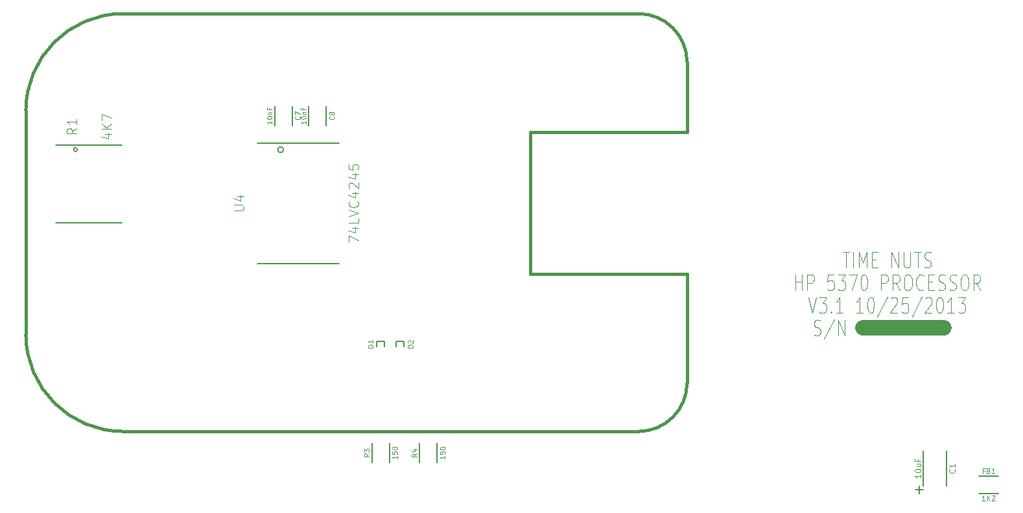
<source format=gto>
G04 (created by PCBNEW (2013-mar-25)-stable) date Saturday, October 26, 2013 01:40:07 PM*
%MOIN*%
G04 Gerber Fmt 3.4, Leading zero omitted, Abs format*
%FSLAX34Y34*%
G01*
G70*
G90*
G04 APERTURE LIST*
%ADD10C,2.3622e-06*%
%ADD11C,0.08*%
%ADD12C,0.004*%
%ADD13C,0.008*%
%ADD14C,0.005*%
%ADD15C,0.015*%
%ADD16C,0.0035*%
%ADD17R,0.083X0.024*%
%ADD18R,0.061X0.041*%
%ADD19R,0.086X0.066*%
%ADD20R,0.041X0.061*%
%ADD21R,0.039X0.031*%
%ADD22R,0.1005X0.0336*%
%ADD23C,0.085*%
%ADD24C,0.01*%
G04 APERTURE END LIST*
G54D10*
G54D11*
X62550Y-27900D02*
X66700Y-27900D01*
G54D12*
X61500Y-24023D02*
X61842Y-24023D01*
X61671Y-24823D02*
X61671Y-24023D01*
X62042Y-24823D02*
X62042Y-24023D01*
X62328Y-24823D02*
X62328Y-24023D01*
X62528Y-24595D01*
X62728Y-24023D01*
X62728Y-24823D01*
X63014Y-24404D02*
X63214Y-24404D01*
X63300Y-24823D02*
X63014Y-24823D01*
X63014Y-24023D01*
X63300Y-24023D01*
X64014Y-24823D02*
X64014Y-24023D01*
X64357Y-24823D01*
X64357Y-24023D01*
X64642Y-24023D02*
X64642Y-24671D01*
X64671Y-24747D01*
X64700Y-24785D01*
X64757Y-24823D01*
X64871Y-24823D01*
X64928Y-24785D01*
X64957Y-24747D01*
X64985Y-24671D01*
X64985Y-24023D01*
X65185Y-24023D02*
X65528Y-24023D01*
X65357Y-24823D02*
X65357Y-24023D01*
X65700Y-24785D02*
X65785Y-24823D01*
X65928Y-24823D01*
X65985Y-24785D01*
X66014Y-24747D01*
X66042Y-24671D01*
X66042Y-24595D01*
X66014Y-24519D01*
X65985Y-24480D01*
X65928Y-24442D01*
X65814Y-24404D01*
X65757Y-24366D01*
X65728Y-24328D01*
X65700Y-24252D01*
X65700Y-24176D01*
X65728Y-24100D01*
X65757Y-24061D01*
X65814Y-24023D01*
X65957Y-24023D01*
X66042Y-24061D01*
X59057Y-25983D02*
X59057Y-25183D01*
X59057Y-25564D02*
X59399Y-25564D01*
X59399Y-25983D02*
X59399Y-25183D01*
X59685Y-25983D02*
X59685Y-25183D01*
X59914Y-25183D01*
X59971Y-25221D01*
X59999Y-25260D01*
X60028Y-25336D01*
X60028Y-25450D01*
X59999Y-25526D01*
X59971Y-25564D01*
X59914Y-25602D01*
X59685Y-25602D01*
X61028Y-25183D02*
X60742Y-25183D01*
X60714Y-25564D01*
X60742Y-25526D01*
X60799Y-25488D01*
X60942Y-25488D01*
X60999Y-25526D01*
X61028Y-25564D01*
X61057Y-25640D01*
X61057Y-25831D01*
X61028Y-25907D01*
X60999Y-25945D01*
X60942Y-25983D01*
X60799Y-25983D01*
X60742Y-25945D01*
X60714Y-25907D01*
X61257Y-25183D02*
X61628Y-25183D01*
X61428Y-25488D01*
X61514Y-25488D01*
X61571Y-25526D01*
X61599Y-25564D01*
X61628Y-25640D01*
X61628Y-25831D01*
X61599Y-25907D01*
X61571Y-25945D01*
X61514Y-25983D01*
X61342Y-25983D01*
X61285Y-25945D01*
X61257Y-25907D01*
X61828Y-25183D02*
X62228Y-25183D01*
X61971Y-25983D01*
X62571Y-25183D02*
X62628Y-25183D01*
X62685Y-25221D01*
X62714Y-25260D01*
X62742Y-25336D01*
X62771Y-25488D01*
X62771Y-25679D01*
X62742Y-25831D01*
X62714Y-25907D01*
X62685Y-25945D01*
X62628Y-25983D01*
X62571Y-25983D01*
X62514Y-25945D01*
X62485Y-25907D01*
X62457Y-25831D01*
X62428Y-25679D01*
X62428Y-25488D01*
X62457Y-25336D01*
X62485Y-25260D01*
X62514Y-25221D01*
X62571Y-25183D01*
X63485Y-25983D02*
X63485Y-25183D01*
X63714Y-25183D01*
X63771Y-25221D01*
X63800Y-25260D01*
X63828Y-25336D01*
X63828Y-25450D01*
X63800Y-25526D01*
X63771Y-25564D01*
X63714Y-25602D01*
X63485Y-25602D01*
X64428Y-25983D02*
X64228Y-25602D01*
X64085Y-25983D02*
X64085Y-25183D01*
X64314Y-25183D01*
X64371Y-25221D01*
X64400Y-25260D01*
X64428Y-25336D01*
X64428Y-25450D01*
X64400Y-25526D01*
X64371Y-25564D01*
X64314Y-25602D01*
X64085Y-25602D01*
X64800Y-25183D02*
X64914Y-25183D01*
X64971Y-25221D01*
X65028Y-25298D01*
X65057Y-25450D01*
X65057Y-25717D01*
X65028Y-25869D01*
X64971Y-25945D01*
X64914Y-25983D01*
X64800Y-25983D01*
X64742Y-25945D01*
X64685Y-25869D01*
X64657Y-25717D01*
X64657Y-25450D01*
X64685Y-25298D01*
X64742Y-25221D01*
X64800Y-25183D01*
X65657Y-25907D02*
X65628Y-25945D01*
X65542Y-25983D01*
X65485Y-25983D01*
X65400Y-25945D01*
X65342Y-25869D01*
X65314Y-25793D01*
X65285Y-25640D01*
X65285Y-25526D01*
X65314Y-25374D01*
X65342Y-25298D01*
X65400Y-25221D01*
X65485Y-25183D01*
X65542Y-25183D01*
X65628Y-25221D01*
X65657Y-25260D01*
X65914Y-25564D02*
X66114Y-25564D01*
X66200Y-25983D02*
X65914Y-25983D01*
X65914Y-25183D01*
X66200Y-25183D01*
X66428Y-25945D02*
X66514Y-25983D01*
X66657Y-25983D01*
X66714Y-25945D01*
X66742Y-25907D01*
X66771Y-25831D01*
X66771Y-25755D01*
X66742Y-25679D01*
X66714Y-25640D01*
X66657Y-25602D01*
X66542Y-25564D01*
X66485Y-25526D01*
X66457Y-25488D01*
X66428Y-25412D01*
X66428Y-25336D01*
X66457Y-25260D01*
X66485Y-25221D01*
X66542Y-25183D01*
X66685Y-25183D01*
X66771Y-25221D01*
X67000Y-25945D02*
X67085Y-25983D01*
X67228Y-25983D01*
X67285Y-25945D01*
X67314Y-25907D01*
X67342Y-25831D01*
X67342Y-25755D01*
X67314Y-25679D01*
X67285Y-25640D01*
X67228Y-25602D01*
X67114Y-25564D01*
X67057Y-25526D01*
X67028Y-25488D01*
X67000Y-25412D01*
X67000Y-25336D01*
X67028Y-25260D01*
X67057Y-25221D01*
X67114Y-25183D01*
X67257Y-25183D01*
X67342Y-25221D01*
X67714Y-25183D02*
X67828Y-25183D01*
X67885Y-25221D01*
X67942Y-25298D01*
X67971Y-25450D01*
X67971Y-25717D01*
X67942Y-25869D01*
X67885Y-25945D01*
X67828Y-25983D01*
X67714Y-25983D01*
X67657Y-25945D01*
X67600Y-25869D01*
X67571Y-25717D01*
X67571Y-25450D01*
X67600Y-25298D01*
X67657Y-25221D01*
X67714Y-25183D01*
X68571Y-25983D02*
X68371Y-25602D01*
X68228Y-25983D02*
X68228Y-25183D01*
X68457Y-25183D01*
X68514Y-25221D01*
X68542Y-25260D01*
X68571Y-25336D01*
X68571Y-25450D01*
X68542Y-25526D01*
X68514Y-25564D01*
X68457Y-25602D01*
X68228Y-25602D01*
X59742Y-26343D02*
X59942Y-27143D01*
X60142Y-26343D01*
X60285Y-26343D02*
X60657Y-26343D01*
X60457Y-26648D01*
X60542Y-26648D01*
X60599Y-26686D01*
X60628Y-26724D01*
X60657Y-26800D01*
X60657Y-26991D01*
X60628Y-27067D01*
X60599Y-27105D01*
X60542Y-27143D01*
X60371Y-27143D01*
X60314Y-27105D01*
X60285Y-27067D01*
X60914Y-27067D02*
X60942Y-27105D01*
X60914Y-27143D01*
X60885Y-27105D01*
X60914Y-27067D01*
X60914Y-27143D01*
X61514Y-27143D02*
X61171Y-27143D01*
X61342Y-27143D02*
X61342Y-26343D01*
X61285Y-26458D01*
X61228Y-26534D01*
X61171Y-26572D01*
X62542Y-27143D02*
X62200Y-27143D01*
X62371Y-27143D02*
X62371Y-26343D01*
X62314Y-26458D01*
X62257Y-26534D01*
X62200Y-26572D01*
X62914Y-26343D02*
X62971Y-26343D01*
X63028Y-26381D01*
X63057Y-26420D01*
X63085Y-26496D01*
X63114Y-26648D01*
X63114Y-26839D01*
X63085Y-26991D01*
X63057Y-27067D01*
X63028Y-27105D01*
X62971Y-27143D01*
X62914Y-27143D01*
X62857Y-27105D01*
X62828Y-27067D01*
X62800Y-26991D01*
X62771Y-26839D01*
X62771Y-26648D01*
X62800Y-26496D01*
X62828Y-26420D01*
X62857Y-26381D01*
X62914Y-26343D01*
X63800Y-26305D02*
X63285Y-27334D01*
X63971Y-26420D02*
X64000Y-26381D01*
X64057Y-26343D01*
X64200Y-26343D01*
X64257Y-26381D01*
X64285Y-26420D01*
X64314Y-26496D01*
X64314Y-26572D01*
X64285Y-26686D01*
X63942Y-27143D01*
X64314Y-27143D01*
X64857Y-26343D02*
X64571Y-26343D01*
X64542Y-26724D01*
X64571Y-26686D01*
X64628Y-26648D01*
X64771Y-26648D01*
X64828Y-26686D01*
X64857Y-26724D01*
X64885Y-26800D01*
X64885Y-26991D01*
X64857Y-27067D01*
X64828Y-27105D01*
X64771Y-27143D01*
X64628Y-27143D01*
X64571Y-27105D01*
X64542Y-27067D01*
X65571Y-26305D02*
X65057Y-27334D01*
X65742Y-26420D02*
X65771Y-26381D01*
X65828Y-26343D01*
X65971Y-26343D01*
X66028Y-26381D01*
X66057Y-26420D01*
X66085Y-26496D01*
X66085Y-26572D01*
X66057Y-26686D01*
X65714Y-27143D01*
X66085Y-27143D01*
X66457Y-26343D02*
X66514Y-26343D01*
X66571Y-26381D01*
X66600Y-26420D01*
X66628Y-26496D01*
X66657Y-26648D01*
X66657Y-26839D01*
X66628Y-26991D01*
X66600Y-27067D01*
X66571Y-27105D01*
X66514Y-27143D01*
X66457Y-27143D01*
X66400Y-27105D01*
X66371Y-27067D01*
X66342Y-26991D01*
X66314Y-26839D01*
X66314Y-26648D01*
X66342Y-26496D01*
X66371Y-26420D01*
X66400Y-26381D01*
X66457Y-26343D01*
X67228Y-27143D02*
X66885Y-27143D01*
X67057Y-27143D02*
X67057Y-26343D01*
X67000Y-26458D01*
X66942Y-26534D01*
X66885Y-26572D01*
X67428Y-26343D02*
X67800Y-26343D01*
X67600Y-26648D01*
X67685Y-26648D01*
X67742Y-26686D01*
X67771Y-26724D01*
X67800Y-26800D01*
X67800Y-26991D01*
X67771Y-27067D01*
X67742Y-27105D01*
X67685Y-27143D01*
X67514Y-27143D01*
X67457Y-27105D01*
X67428Y-27067D01*
X60028Y-28265D02*
X60114Y-28303D01*
X60257Y-28303D01*
X60314Y-28265D01*
X60342Y-28227D01*
X60371Y-28151D01*
X60371Y-28075D01*
X60342Y-27999D01*
X60314Y-27960D01*
X60257Y-27922D01*
X60142Y-27884D01*
X60085Y-27846D01*
X60057Y-27808D01*
X60028Y-27732D01*
X60028Y-27656D01*
X60057Y-27580D01*
X60085Y-27541D01*
X60142Y-27503D01*
X60285Y-27503D01*
X60371Y-27541D01*
X61057Y-27465D02*
X60542Y-28494D01*
X61257Y-28303D02*
X61257Y-27503D01*
X61599Y-28303D01*
X61599Y-27503D01*
G54D13*
X24450Y-22500D02*
X21050Y-22500D01*
X22150Y-18750D02*
G75*
G03X22150Y-18750I-100J0D01*
G74*
G01*
X24450Y-18500D02*
X21050Y-18500D01*
G54D14*
X38200Y-33850D02*
X38200Y-34850D01*
X37300Y-33850D02*
X37300Y-34850D01*
X40650Y-33850D02*
X40650Y-34850D01*
X39750Y-33850D02*
X39750Y-34850D01*
X65450Y-36450D02*
X65450Y-36050D01*
X65650Y-36250D02*
X65250Y-36250D01*
X65650Y-36050D02*
X65650Y-34250D01*
X66850Y-36050D02*
X66850Y-34250D01*
X69500Y-35550D02*
X68500Y-35550D01*
X69500Y-36450D02*
X68500Y-36450D01*
G54D13*
X38550Y-28890D02*
X38550Y-28610D01*
X38950Y-28890D02*
X38950Y-28610D01*
X38550Y-28610D02*
X38950Y-28610D01*
X37550Y-28890D02*
X37550Y-28610D01*
X37950Y-28890D02*
X37950Y-28610D01*
X37550Y-28610D02*
X37950Y-28610D01*
X32750Y-18750D02*
G75*
G03X32750Y-18750I-150J0D01*
G74*
G01*
X35600Y-24600D02*
X31400Y-24600D01*
X35600Y-18400D02*
X31400Y-18400D01*
G54D14*
X33200Y-17500D02*
X33200Y-16500D01*
X32300Y-17500D02*
X32300Y-16500D01*
X34950Y-17500D02*
X34950Y-16500D01*
X34050Y-17500D02*
X34050Y-16500D01*
G54D15*
X24500Y-11750D02*
X51000Y-11750D01*
X53500Y-17850D02*
X45450Y-17850D01*
X53500Y-14250D02*
X53500Y-17850D01*
X53500Y-25150D02*
X53500Y-30250D01*
X53500Y-25150D02*
X45450Y-25150D01*
X45450Y-25150D02*
X45450Y-17850D01*
X53500Y-30750D02*
X53500Y-30250D01*
X24500Y-33250D02*
X51000Y-33250D01*
X19500Y-28250D02*
X19500Y-16750D01*
X24500Y-33250D02*
G75*
G02X19500Y-28250I0J5000D01*
G74*
G01*
X19500Y-16750D02*
G75*
G02X24500Y-11750I5000J0D01*
G74*
G01*
X53500Y-30750D02*
G75*
G02X51000Y-33250I-2500J0D01*
G74*
G01*
X53500Y-14250D02*
G75*
G03X51000Y-11750I-2500J0D01*
G74*
G01*
G54D16*
X22112Y-17643D02*
X21874Y-17810D01*
X22112Y-17929D02*
X21612Y-17929D01*
X21612Y-17738D01*
X21636Y-17690D01*
X21660Y-17667D01*
X21707Y-17643D01*
X21779Y-17643D01*
X21826Y-17667D01*
X21850Y-17690D01*
X21874Y-17738D01*
X21874Y-17929D01*
X22112Y-17167D02*
X22112Y-17452D01*
X22112Y-17310D02*
X21612Y-17310D01*
X21683Y-17357D01*
X21731Y-17405D01*
X21755Y-17452D01*
X23579Y-17952D02*
X23912Y-17952D01*
X23388Y-18071D02*
X23745Y-18190D01*
X23745Y-17881D01*
X23912Y-17690D02*
X23412Y-17690D01*
X23912Y-17405D02*
X23626Y-17619D01*
X23412Y-17405D02*
X23698Y-17690D01*
X23412Y-17238D02*
X23412Y-16905D01*
X23912Y-17119D01*
X37151Y-34391D02*
X37032Y-34475D01*
X37151Y-34534D02*
X36901Y-34534D01*
X36901Y-34439D01*
X36913Y-34415D01*
X36925Y-34403D01*
X36948Y-34391D01*
X36984Y-34391D01*
X37008Y-34403D01*
X37020Y-34415D01*
X37032Y-34439D01*
X37032Y-34534D01*
X36901Y-34308D02*
X36901Y-34153D01*
X36996Y-34236D01*
X36996Y-34201D01*
X37008Y-34177D01*
X37020Y-34165D01*
X37044Y-34153D01*
X37103Y-34153D01*
X37127Y-34165D01*
X37139Y-34177D01*
X37151Y-34201D01*
X37151Y-34272D01*
X37139Y-34296D01*
X37127Y-34308D01*
X38601Y-34516D02*
X38601Y-34659D01*
X38601Y-34588D02*
X38351Y-34588D01*
X38386Y-34611D01*
X38410Y-34635D01*
X38422Y-34659D01*
X38351Y-34290D02*
X38351Y-34409D01*
X38470Y-34421D01*
X38458Y-34409D01*
X38446Y-34385D01*
X38446Y-34326D01*
X38458Y-34302D01*
X38470Y-34290D01*
X38494Y-34278D01*
X38553Y-34278D01*
X38577Y-34290D01*
X38589Y-34302D01*
X38601Y-34326D01*
X38601Y-34385D01*
X38589Y-34409D01*
X38577Y-34421D01*
X38351Y-34123D02*
X38351Y-34100D01*
X38363Y-34076D01*
X38375Y-34064D01*
X38398Y-34052D01*
X38446Y-34040D01*
X38505Y-34040D01*
X38553Y-34052D01*
X38577Y-34064D01*
X38589Y-34076D01*
X38601Y-34100D01*
X38601Y-34123D01*
X38589Y-34147D01*
X38577Y-34159D01*
X38553Y-34171D01*
X38505Y-34183D01*
X38446Y-34183D01*
X38398Y-34171D01*
X38375Y-34159D01*
X38363Y-34147D01*
X38351Y-34123D01*
X39601Y-34391D02*
X39482Y-34475D01*
X39601Y-34534D02*
X39351Y-34534D01*
X39351Y-34439D01*
X39363Y-34415D01*
X39375Y-34403D01*
X39398Y-34391D01*
X39434Y-34391D01*
X39458Y-34403D01*
X39470Y-34415D01*
X39482Y-34439D01*
X39482Y-34534D01*
X39434Y-34177D02*
X39601Y-34177D01*
X39339Y-34236D02*
X39517Y-34296D01*
X39517Y-34141D01*
X41051Y-34516D02*
X41051Y-34659D01*
X41051Y-34588D02*
X40801Y-34588D01*
X40836Y-34611D01*
X40860Y-34635D01*
X40872Y-34659D01*
X40801Y-34290D02*
X40801Y-34409D01*
X40920Y-34421D01*
X40908Y-34409D01*
X40896Y-34385D01*
X40896Y-34326D01*
X40908Y-34302D01*
X40920Y-34290D01*
X40944Y-34278D01*
X41003Y-34278D01*
X41027Y-34290D01*
X41039Y-34302D01*
X41051Y-34326D01*
X41051Y-34385D01*
X41039Y-34409D01*
X41027Y-34421D01*
X40801Y-34123D02*
X40801Y-34100D01*
X40813Y-34076D01*
X40825Y-34064D01*
X40848Y-34052D01*
X40896Y-34040D01*
X40955Y-34040D01*
X41003Y-34052D01*
X41027Y-34064D01*
X41039Y-34076D01*
X41051Y-34100D01*
X41051Y-34123D01*
X41039Y-34147D01*
X41027Y-34159D01*
X41003Y-34171D01*
X40955Y-34183D01*
X40896Y-34183D01*
X40848Y-34171D01*
X40825Y-34159D01*
X40813Y-34147D01*
X40801Y-34123D01*
X67242Y-35200D02*
X67257Y-35214D01*
X67271Y-35257D01*
X67271Y-35285D01*
X67257Y-35328D01*
X67228Y-35357D01*
X67200Y-35371D01*
X67142Y-35385D01*
X67100Y-35385D01*
X67042Y-35371D01*
X67014Y-35357D01*
X66985Y-35328D01*
X66971Y-35285D01*
X66971Y-35257D01*
X66985Y-35214D01*
X67000Y-35200D01*
X67271Y-34914D02*
X67271Y-35085D01*
X67271Y-35000D02*
X66971Y-35000D01*
X67014Y-35028D01*
X67042Y-35057D01*
X67057Y-35085D01*
X65521Y-35471D02*
X65521Y-35642D01*
X65521Y-35557D02*
X65221Y-35557D01*
X65264Y-35585D01*
X65292Y-35614D01*
X65307Y-35642D01*
X65221Y-35285D02*
X65221Y-35257D01*
X65235Y-35228D01*
X65250Y-35214D01*
X65278Y-35200D01*
X65335Y-35185D01*
X65407Y-35185D01*
X65464Y-35200D01*
X65492Y-35214D01*
X65507Y-35228D01*
X65521Y-35257D01*
X65521Y-35285D01*
X65507Y-35314D01*
X65492Y-35328D01*
X65464Y-35342D01*
X65407Y-35357D01*
X65335Y-35357D01*
X65278Y-35342D01*
X65250Y-35328D01*
X65235Y-35314D01*
X65221Y-35285D01*
X65321Y-34928D02*
X65521Y-34928D01*
X65321Y-35057D02*
X65478Y-35057D01*
X65507Y-35042D01*
X65521Y-35014D01*
X65521Y-34971D01*
X65507Y-34942D01*
X65492Y-34928D01*
X65364Y-34685D02*
X65364Y-34785D01*
X65521Y-34785D02*
X65221Y-34785D01*
X65221Y-34642D01*
X68791Y-35270D02*
X68708Y-35270D01*
X68708Y-35401D02*
X68708Y-35151D01*
X68827Y-35151D01*
X69005Y-35270D02*
X69041Y-35282D01*
X69053Y-35294D01*
X69065Y-35317D01*
X69065Y-35353D01*
X69053Y-35377D01*
X69041Y-35389D01*
X69017Y-35401D01*
X68922Y-35401D01*
X68922Y-35151D01*
X69005Y-35151D01*
X69029Y-35163D01*
X69041Y-35175D01*
X69053Y-35198D01*
X69053Y-35222D01*
X69041Y-35246D01*
X69029Y-35258D01*
X69005Y-35270D01*
X68922Y-35270D01*
X69303Y-35401D02*
X69160Y-35401D01*
X69232Y-35401D02*
X69232Y-35151D01*
X69208Y-35186D01*
X69184Y-35210D01*
X69160Y-35222D01*
X68827Y-36801D02*
X68684Y-36801D01*
X68755Y-36801D02*
X68755Y-36551D01*
X68732Y-36586D01*
X68708Y-36610D01*
X68684Y-36622D01*
X68934Y-36801D02*
X68934Y-36551D01*
X69077Y-36801D02*
X68970Y-36658D01*
X69077Y-36551D02*
X68934Y-36694D01*
X69160Y-36551D02*
X69327Y-36551D01*
X69160Y-36801D01*
X69327Y-36801D01*
X39401Y-28934D02*
X39151Y-28934D01*
X39151Y-28875D01*
X39163Y-28839D01*
X39186Y-28815D01*
X39210Y-28803D01*
X39258Y-28791D01*
X39294Y-28791D01*
X39341Y-28803D01*
X39365Y-28815D01*
X39389Y-28839D01*
X39401Y-28875D01*
X39401Y-28934D01*
X39175Y-28696D02*
X39163Y-28684D01*
X39151Y-28660D01*
X39151Y-28601D01*
X39163Y-28577D01*
X39175Y-28565D01*
X39198Y-28553D01*
X39222Y-28553D01*
X39258Y-28565D01*
X39401Y-28708D01*
X39401Y-28553D01*
X37351Y-28934D02*
X37101Y-28934D01*
X37101Y-28875D01*
X37113Y-28839D01*
X37136Y-28815D01*
X37160Y-28803D01*
X37208Y-28791D01*
X37244Y-28791D01*
X37291Y-28803D01*
X37315Y-28815D01*
X37339Y-28839D01*
X37351Y-28875D01*
X37351Y-28934D01*
X37351Y-28553D02*
X37351Y-28696D01*
X37351Y-28625D02*
X37101Y-28625D01*
X37136Y-28648D01*
X37160Y-28672D01*
X37172Y-28696D01*
X30202Y-21880D02*
X30607Y-21880D01*
X30654Y-21857D01*
X30678Y-21833D01*
X30702Y-21785D01*
X30702Y-21690D01*
X30678Y-21642D01*
X30654Y-21619D01*
X30607Y-21595D01*
X30202Y-21595D01*
X30369Y-21142D02*
X30702Y-21142D01*
X30178Y-21261D02*
X30535Y-21380D01*
X30535Y-21071D01*
X36102Y-23523D02*
X36102Y-23190D01*
X36602Y-23404D01*
X36269Y-22785D02*
X36602Y-22785D01*
X36078Y-22904D02*
X36435Y-23023D01*
X36435Y-22714D01*
X36602Y-22285D02*
X36602Y-22523D01*
X36102Y-22523D01*
X36102Y-22190D02*
X36602Y-22023D01*
X36102Y-21857D01*
X36554Y-21404D02*
X36578Y-21428D01*
X36602Y-21500D01*
X36602Y-21547D01*
X36578Y-21619D01*
X36530Y-21666D01*
X36483Y-21690D01*
X36388Y-21714D01*
X36316Y-21714D01*
X36221Y-21690D01*
X36173Y-21666D01*
X36126Y-21619D01*
X36102Y-21547D01*
X36102Y-21500D01*
X36126Y-21428D01*
X36150Y-21404D01*
X36269Y-20976D02*
X36602Y-20976D01*
X36078Y-21095D02*
X36435Y-21214D01*
X36435Y-20904D01*
X36150Y-20738D02*
X36126Y-20714D01*
X36102Y-20666D01*
X36102Y-20547D01*
X36126Y-20500D01*
X36150Y-20476D01*
X36197Y-20452D01*
X36245Y-20452D01*
X36316Y-20476D01*
X36602Y-20761D01*
X36602Y-20452D01*
X36269Y-20023D02*
X36602Y-20023D01*
X36078Y-20142D02*
X36435Y-20261D01*
X36435Y-19952D01*
X36102Y-19523D02*
X36102Y-19761D01*
X36340Y-19785D01*
X36316Y-19761D01*
X36292Y-19714D01*
X36292Y-19595D01*
X36316Y-19547D01*
X36340Y-19523D01*
X36388Y-19500D01*
X36507Y-19500D01*
X36554Y-19523D01*
X36578Y-19547D01*
X36602Y-19595D01*
X36602Y-19714D01*
X36578Y-19761D01*
X36554Y-19785D01*
X33577Y-17041D02*
X33589Y-17053D01*
X33601Y-17089D01*
X33601Y-17113D01*
X33589Y-17148D01*
X33565Y-17172D01*
X33541Y-17184D01*
X33494Y-17196D01*
X33458Y-17196D01*
X33410Y-17184D01*
X33386Y-17172D01*
X33363Y-17148D01*
X33351Y-17113D01*
X33351Y-17089D01*
X33363Y-17053D01*
X33375Y-17041D01*
X33351Y-16958D02*
X33351Y-16791D01*
X33601Y-16898D01*
X32151Y-17267D02*
X32151Y-17410D01*
X32151Y-17339D02*
X31901Y-17339D01*
X31936Y-17363D01*
X31960Y-17386D01*
X31972Y-17410D01*
X31901Y-17113D02*
X31901Y-17089D01*
X31913Y-17065D01*
X31925Y-17053D01*
X31948Y-17041D01*
X31996Y-17029D01*
X32055Y-17029D01*
X32103Y-17041D01*
X32127Y-17053D01*
X32139Y-17065D01*
X32151Y-17089D01*
X32151Y-17113D01*
X32139Y-17136D01*
X32127Y-17148D01*
X32103Y-17160D01*
X32055Y-17172D01*
X31996Y-17172D01*
X31948Y-17160D01*
X31925Y-17148D01*
X31913Y-17136D01*
X31901Y-17113D01*
X31984Y-16922D02*
X32151Y-16922D01*
X32008Y-16922D02*
X31996Y-16910D01*
X31984Y-16886D01*
X31984Y-16851D01*
X31996Y-16827D01*
X32020Y-16815D01*
X32151Y-16815D01*
X32020Y-16613D02*
X32020Y-16696D01*
X32151Y-16696D02*
X31901Y-16696D01*
X31901Y-16577D01*
X35327Y-17041D02*
X35339Y-17053D01*
X35351Y-17089D01*
X35351Y-17113D01*
X35339Y-17148D01*
X35315Y-17172D01*
X35291Y-17184D01*
X35244Y-17196D01*
X35208Y-17196D01*
X35160Y-17184D01*
X35136Y-17172D01*
X35113Y-17148D01*
X35101Y-17113D01*
X35101Y-17089D01*
X35113Y-17053D01*
X35125Y-17041D01*
X35208Y-16898D02*
X35196Y-16922D01*
X35184Y-16934D01*
X35160Y-16946D01*
X35148Y-16946D01*
X35125Y-16934D01*
X35113Y-16922D01*
X35101Y-16898D01*
X35101Y-16851D01*
X35113Y-16827D01*
X35125Y-16815D01*
X35148Y-16803D01*
X35160Y-16803D01*
X35184Y-16815D01*
X35196Y-16827D01*
X35208Y-16851D01*
X35208Y-16898D01*
X35220Y-16922D01*
X35232Y-16934D01*
X35255Y-16946D01*
X35303Y-16946D01*
X35327Y-16934D01*
X35339Y-16922D01*
X35351Y-16898D01*
X35351Y-16851D01*
X35339Y-16827D01*
X35327Y-16815D01*
X35303Y-16803D01*
X35255Y-16803D01*
X35232Y-16815D01*
X35220Y-16827D01*
X35208Y-16851D01*
X33901Y-17267D02*
X33901Y-17410D01*
X33901Y-17339D02*
X33651Y-17339D01*
X33686Y-17363D01*
X33710Y-17386D01*
X33722Y-17410D01*
X33651Y-17113D02*
X33651Y-17089D01*
X33663Y-17065D01*
X33675Y-17053D01*
X33698Y-17041D01*
X33746Y-17029D01*
X33805Y-17029D01*
X33853Y-17041D01*
X33877Y-17053D01*
X33889Y-17065D01*
X33901Y-17089D01*
X33901Y-17113D01*
X33889Y-17136D01*
X33877Y-17148D01*
X33853Y-17160D01*
X33805Y-17172D01*
X33746Y-17172D01*
X33698Y-17160D01*
X33675Y-17148D01*
X33663Y-17136D01*
X33651Y-17113D01*
X33734Y-16922D02*
X33901Y-16922D01*
X33758Y-16922D02*
X33746Y-16910D01*
X33734Y-16886D01*
X33734Y-16851D01*
X33746Y-16827D01*
X33770Y-16815D01*
X33901Y-16815D01*
X33770Y-16613D02*
X33770Y-16696D01*
X33901Y-16696D02*
X33651Y-16696D01*
X33651Y-16577D01*
%LPC*%
G54D17*
X21390Y-18750D03*
X21390Y-19250D03*
X21390Y-19750D03*
X21390Y-20250D03*
X21390Y-20750D03*
X21390Y-21250D03*
X21390Y-21750D03*
X21390Y-22250D03*
X24110Y-22250D03*
X24110Y-21750D03*
X24110Y-21250D03*
X24110Y-20750D03*
X24110Y-20250D03*
X24110Y-19750D03*
X24110Y-19250D03*
X24110Y-18750D03*
G54D18*
X37750Y-33970D03*
X37750Y-34730D03*
X40200Y-33970D03*
X40200Y-34730D03*
G54D19*
X66250Y-35800D03*
X66250Y-34500D03*
G54D20*
X69380Y-36000D03*
X68620Y-36000D03*
G54D21*
X38750Y-29190D03*
X38750Y-28310D03*
X37750Y-29190D03*
X37750Y-28310D03*
G54D22*
X31768Y-18750D03*
X31768Y-19250D03*
X31768Y-19750D03*
X31768Y-20250D03*
X31768Y-20750D03*
X31768Y-21250D03*
X31768Y-21750D03*
X31768Y-22250D03*
X31768Y-22750D03*
X31768Y-23250D03*
X31768Y-23750D03*
X31768Y-24250D03*
X35232Y-24250D03*
X35232Y-23750D03*
X35232Y-23250D03*
X35232Y-22750D03*
X35232Y-22250D03*
X35232Y-21750D03*
X35232Y-21250D03*
X35232Y-20750D03*
X35232Y-20250D03*
X35232Y-19750D03*
X35232Y-19250D03*
X35232Y-18750D03*
G54D18*
X32750Y-17380D03*
X32750Y-16620D03*
X34500Y-17380D03*
X34500Y-16620D03*
G54D23*
X45750Y-32500D03*
X45750Y-31500D03*
X44750Y-32500D03*
X44750Y-31500D03*
X43750Y-32500D03*
X43750Y-31500D03*
X42750Y-32500D03*
X42750Y-31500D03*
X41750Y-32500D03*
X41750Y-31500D03*
X40750Y-32500D03*
X40750Y-31500D03*
X39750Y-32500D03*
X39750Y-31500D03*
X38750Y-32500D03*
X38750Y-31500D03*
X37750Y-32500D03*
X37750Y-31500D03*
X36750Y-32500D03*
X36750Y-31500D03*
X35750Y-32500D03*
X35750Y-31500D03*
X34750Y-32500D03*
X34750Y-31500D03*
X33750Y-32500D03*
X33750Y-31500D03*
X32750Y-32500D03*
X32750Y-31500D03*
X31750Y-32500D03*
X31750Y-31500D03*
X30750Y-32500D03*
X30750Y-31500D03*
X29750Y-32500D03*
X29750Y-31500D03*
X28750Y-32500D03*
X28750Y-31500D03*
X27750Y-32500D03*
X27750Y-31500D03*
X26750Y-32500D03*
X26750Y-31500D03*
X25750Y-32500D03*
X25750Y-31500D03*
X24750Y-32500D03*
X24750Y-31500D03*
X23750Y-32500D03*
X23750Y-31500D03*
X45750Y-13500D03*
X45750Y-12500D03*
X44750Y-13500D03*
X44750Y-12500D03*
X43750Y-13500D03*
X43750Y-12500D03*
X42750Y-13500D03*
X42750Y-12500D03*
X41750Y-13500D03*
X41750Y-12500D03*
X40750Y-13500D03*
X40750Y-12500D03*
X39750Y-13500D03*
X39750Y-12500D03*
X38750Y-13500D03*
X38750Y-12500D03*
X37750Y-13500D03*
X37750Y-12500D03*
X36750Y-13500D03*
X36750Y-12500D03*
X35750Y-13500D03*
X35750Y-12500D03*
X34750Y-13500D03*
X34750Y-12500D03*
X33750Y-13500D03*
X33750Y-12500D03*
X32750Y-13500D03*
X32750Y-12500D03*
X31750Y-13500D03*
X31750Y-12500D03*
X30750Y-13500D03*
X30750Y-12500D03*
X29750Y-13500D03*
X29750Y-12500D03*
X28750Y-13500D03*
X28750Y-12500D03*
X27750Y-13500D03*
X27750Y-12500D03*
X26750Y-13500D03*
X26750Y-12500D03*
X25750Y-13500D03*
X25750Y-12500D03*
X24750Y-13500D03*
X24750Y-12500D03*
X23750Y-13500D03*
X23750Y-12500D03*
G54D10*
G36*
X43250Y-39850D02*
X13900Y-39850D01*
X13900Y-37100D01*
X43250Y-37100D01*
X43250Y-39850D01*
X43250Y-39850D01*
G37*
G54D24*
X43250Y-39850D02*
X13900Y-39850D01*
X13900Y-37100D01*
X43250Y-37100D01*
X43250Y-39850D01*
G54D10*
G36*
X80500Y-39850D02*
X51150Y-39850D01*
X51150Y-37100D01*
X80500Y-37100D01*
X80500Y-39850D01*
X80500Y-39850D01*
G37*
G54D24*
X80500Y-39850D02*
X51150Y-39850D01*
X51150Y-37100D01*
X80500Y-37100D01*
X80500Y-39850D01*
M02*

</source>
